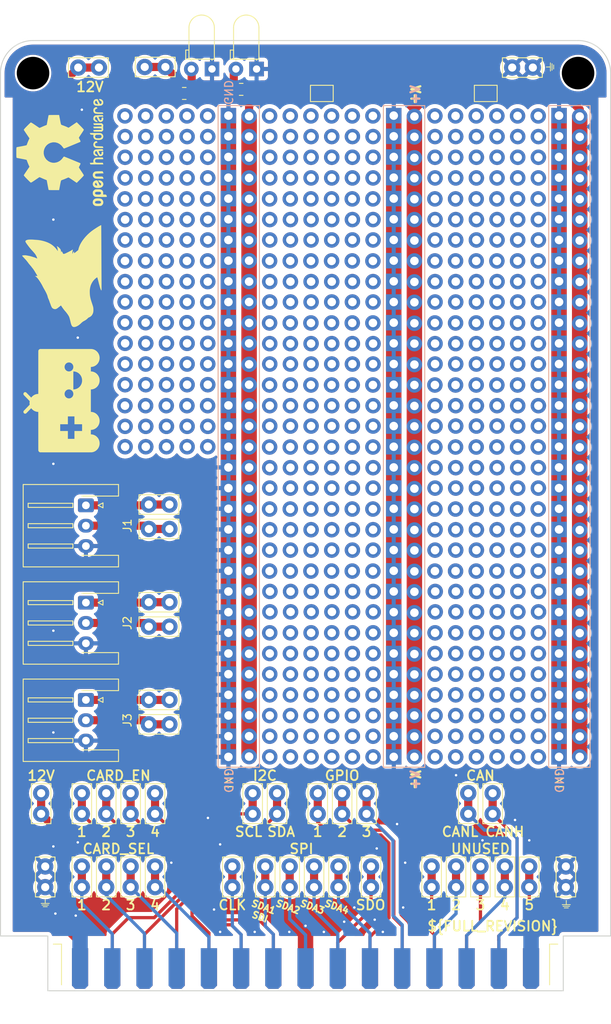
<source format=kicad_pcb>
(kicad_pcb (version 20240108) (generator "pcbnew") (generator_version "8.0")
  (layers (0 "F.Cu" signal) (31 "B.Cu" signal) (34 "B.Paste" user) (35 "F.Paste" user) (36 "B.SilkS" user "B.Silkscreen") (37 "F.SilkS" user "F.Silkscreen") (38 "B.Mask" user) (39 "F.Mask" user) (44 "Edge.Cuts" user))
  (net 0 "")
  (net 1 "+12V")
  (net 2 "GND")
  (net 3 "Net-(U2-CARD_SEL)")
  (net 4 "Net-(U2-CARD_SEL2)")
  (net 5 "Net-(U2-CARD_SEL3)")
  (net 6 "Net-(U2-CARD_SEL4)")
  (net 7 "Net-(U2-SPI_CLK)")
  (net 8 "Net-(U2-SPI_SDA2)")
  (net 9 "Net-(U2-SPI_SDA1{slash}SPI_SDI)")
  (net 10 "Net-(U2-SPI_SDA3)")
  (net 11 "Net-(U2-I2C_SCL)")
  (net 12 "Net-(U2-I2C_SDA)")
  (net 13 "Net-(U2-SPI_SDA4)")
  (net 14 "Net-(U2-SPI_SD0)")
  (net 15 "Net-(U2-CARD_EN)")
  (net 16 "Net-(U2-CARD_EN2)")
  (net 17 "Net-(U2-CARD_EN4)")
  (net 18 "Net-(U2-CARD_EN3)")
  (net 19 "Net-(U2-UNUSED2)")
  (net 20 "Net-(U2-UNUSED4)")
  (net 21 "Net-(U2-UNUSED1)")
  (net 22 "Net-(U2-UNUSED3)")
  (net 23 "Net-(U2-UNUSED5)")
  (net 24 "Net-(U2-CANL)")
  (net 25 "Net-(U2-CANH)")
  (net 26 "Net-(U2-GPIO1)")
  (net 27 "Net-(U2-GPIO3)")
  (net 28 "Net-(U2-GPIO2)")
  (net 29 "+5V")
  (net 30 "Net-(J1-Pin_1)")
  (net 31 "Net-(J1-Pin_2)")
  (net 32 "Net-(J2-Pin_1)")
  (net 33 "Net-(J2-Pin_2)")
  (net 34 "Net-(J3-Pin_2)")
  (net 35 "Net-(J3-Pin_1)")
  (net 36 "Net-(D1-A)")
  (net 37 "Net-(D2-A)")
  (net 38 "Net-(R2-Pad2)")
  (footprint "TestPoint:TestPoint_Bridge_Pitch2.54mm_Drill1.0mm" (layer "F.Cu") (at -19.27 -29)
    (property "Reference" "TP35" (hide yes))
    (property "Value" "CON31")
  )
  (footprint "TestPoint:TestPoint_Bridge_Pitch2.54mm_Drill1.0mm" (layer "F.Cu") (at -6.5 -15 90)
    (property "Reference" "TP11" (hide yes))
    (property "Value" "I2C_SCL")
  )
  (footprint "KenwoodFox:Lewis_Card_Connector" (layer "F.Cu") (at 0 0)
    (property "Reference" "U2" (hide yes))
    (property "Value" "CARD ?")
    (fp_line (start -37.5 -106) (end -37.5 0) (stroke (width 0.12)) (layer "Edge.Cuts"))
    (fp_line (start -37.5 0) (end -31.68 0) (stroke (width 0.12)) (layer "Edge.Cuts"))
    (fp_line (start -31.68 0) (end -31.68 6.73) (stroke (width 0.12)) (layer "Edge.Cuts"))
    (fp_line (start -31.68 6.73) (end 31.68 6.73) (stroke (width 0.12)) (layer "Edge.Cuts"))
    (fp_line (start 31.68 0) (end 37.5 0) (stroke (width 0.12)) (layer "Edge.Cuts"))
    (fp_line (start 31.68 6.73) (end 31.68 0) (stroke (width 0.12)) (layer "Edge.Cuts"))
    (fp_line (start 33.5 -110) (end -33.5 -110) (stroke (width 0.12)) (layer "Edge.Cuts"))
    (fp_line (start 37.5 0) (end 37.5 -106) (stroke (width 0.12)) (layer "Edge.Cuts"))
    (fp_arc (start -37.5 -106) (mid -36.328427 -108.828427) (end -33.5 -110) (stroke (width 0.12)) (layer "Edge.Cuts"))
    (fp_arc (start 33.5 -110) (mid 36.328427 -108.828427) (end 37.5 -106) (stroke (width 0.12)) (layer "Edge.Cuts"))
  )
  (footprint "TestPoint:TestPoint_Bridge_Pitch2.54mm_Drill1.0mm" (layer "F.Cu") (at 27.5 -6 90)
    (property "Reference" "TP23" (hide yes))
    (property "Value" "UNUSED5")
  )
  (footprint "TestPoint:TestPoint_Bridge_Pitch2.54mm_Drill1.0mm" (layer "F.Cu") (at -21.5 -15 90)
    (property "Reference" "TP18" (hide yes))
    (property "Value" "CARD_EN3")
  )
  (footprint "Resistor_SMD:R_0805_2012Metric" (layer "F.Cu") (at -14.9125 -103.5 180)
    (property "Reference" "R2" (hide yes))
    (property "Value" "330")
  )
  (footprint "TestPoint:TestPoint_Bridge_Pitch2.54mm_Drill1.0mm" (layer "F.Cu") (at 4.5 -15 90)
    (property "Reference" "TP30" (hide yes))
    (property "Value" "GPIO2")
  )
  (footprint "TestPoint:TestPoint_Bridge_Pitch2.54mm_Drill1.0mm" (layer "F.Cu") (at -19.27 -50)
    (property "Reference" "TP31" (hide yes))
    (property "Value" "CON12")
  )
  (footprint "TestPoint:TestPoint_Bridge_Pitch2.54mm_Drill1.0mm" (layer "F.Cu") (at 1.05 -6 90)
    (property "Reference" "TP10" (hide yes))
    (property "Value" "SPI_SDA3")
  )
  (footprint "TestPoint:TestPoint_Bridge_Pitch2.54mm_Drill1.0mm" (layer "F.Cu") (at 24.5 -6 90)
    (property "Reference" "TP20" (hide yes))
    (property "Value" "UNUSED4")
  )
  (footprint "TestPoint:TestPoint_Bridge_Pitch2.54mm_Drill1.0mm" (layer "F.Cu") (at -19.27 -53)
    (property "Reference" "TP34" (hide yes))
    (property "Value" "CON11")
  )
  (footprint "Symbol:OSHW-Logo2_14.6x12mm_SilkScreen" (layer "F.Cu") (at -30 -96.24 90)
    (property "Reference" "LOGO3" (hide yes))
    (property "Value" "OSHW-Logo2_14.6x12mm_SilkScreen" (hide yes))
  )
  (footprint "Dev_Card:ProtoBoardLayout" (layer "F.Cu") (at 12.11 -22 -90)
    (property "Reference" "U1" (hide yes))
    (property "Value" "ProtoBoard")
  )
  (footprint "TestPoint:TestPoint_Bridge_Pitch2.54mm_Drill1.0mm" (layer "F.Cu") (at 23 -15 90)
    (property "Reference" "TP25" (hide yes))
    (property "Value" "CANH")
  )
  (footprint "TestPoint:TestPoint_Bridge_Pitch2.54mm_Drill1.0mm" (layer "F.Cu") (at -27.5 -15 90)
    (property "Reference" "TP15" (hide yes))
    (property "Value" "CARD_EN")
  )
  (footprint "TestPoint:TestPoint_Bridge_Pitch2.54mm_Drill1.0mm" (layer "F.Cu") (at -17.23 -106.75 180)
    (property "Reference" "TP38" (hide yes))
    (property "Value" "CON22")
  )
  (footprint "TestPoint:TestPoint_Bridge_Pitch2.54mm_Drill1.0mm" (layer "F.Cu") (at -18.5 -6 90)
    (property "Reference" "TP6" (hide yes))
    (property "Value" "CARD_SEL4")
  )
  (footprint "Connector_JST:JST_XH_S3B-XH-A-1_1x03_P2.50mm_Horizontal" (layer "F.Cu") (at -27 -29 -90)
    (property "Reference" "J3")
    (property "Value" "CON3")
  )
  (footprint "Connector_JST:JST_XH_S3B-XH-A-1_1x03_P2.50mm_Horizontal" (layer "F.Cu") (at -27 -40.95 -90)
    (property "Reference" "J2")
    (property "Value" "CON2")
  )
  (footprint "LED_THT:LED_D3.0mm_Horizontal_O1.27mm_Z2.0mm" (layer "F.Cu") (at -11.5 -106.5 180)
    (property "Reference" "D2" (hide yes))
    (property "Value" "ACT")
  )
  (footprint "TestPoint:TestPoint_Bridge_Pitch2.54mm_Drill1.0mm" (layer "F.Cu") (at 7.5 -15 90)
    (property "Reference" "TP29" (hide yes))
    (property "Value" "GPIO3")
  )
  (footprint "TestPoint:TestPoint_Bridge_Pitch2.54mm_Drill1.0mm" (layer "F.Cu") (at -18.5 -15 90)
    (property "Reference" "TP17" (hide yes))
    (property "Value" "CARD_EN4")
  )
  (footprint "TestPoint:TestPoint_Bridge_Pitch2.54mm_Drill1.0mm" (layer "F.Cu") (at -27.94 -106.68)
    (property "Reference" "TP1" (hide yes))
    (property "Value" "12v")
  )
  (footprint "TestPoint:TestPoint_Bridge_Pitch2.54mm_Drill1.0mm" (layer "F.Cu") (at -32 -6 90)
    (property "Reference" "TP27" (hide yes))
    (property "Value" "GND")
  )
  (footprint "TestPoint:TestPoint_Bridge_Pitch2.54mm_Drill1.0mm" (layer "F.Cu") (at 21.5 -6 90)
    (property "Reference" "TP22" (hide yes))
    (property "Value" "UNUSED3")
  )
  (footprint "TestPoint:TestPoint_Bridge_Pitch2.54mm_Drill1.0mm" (layer "F.Cu") (at -19.27 -41)
    (property "Reference" "TP32" (hide yes))
    (property "Value" "CON21")
  )
  (footprint "TestPoint:TestPoint_Bridge_Pitch2.54mm_Drill1.0mm" (layer "F.Cu") (at 18.5 -6 90)
    (property "Reference" "TP19" (hide yes))
    (property "Value" "UNUSED2")
  )
  (footprint "TestPoint:TestPoint_Bridge_Pitch2.54mm_Drill1.0mm" (layer "F.Cu") (at -1.95 -6 90)
    (property "Reference" "TP8" (hide yes))
    (property "Value" "SPI_SDA2")
  )
  (footprint "KenwoodFox:ROBOTSTREAMER_LOGO" (layer "F.Cu") (at -30 -65.76 90)
    (property "Reference" "LOGO1" (hide yes))
    (property "Value" "LOGO" (hide yes))
  )
  (footprint "TestPoint:TestPoint_Bridge_Pitch2.54mm_Drill1.0mm" (layer "F.Cu") (at -3.5 -15 90)
    (property "Reference" "TP12" (hide yes))
    (property "Value" "I2C_SDA")
  )
  (footprint "TestPoint:TestPoint_Bridge_Pitch2.54mm_Drill1.0mm" (layer "F.Cu") (at 25.4 -106.68)
    (property "Reference" "TP2" (hide yes))
    (property "Value" "GND")
  )
  (footprint "TestPoint:TestPoint_Bridge_Pitch2.54mm_Drill1.0mm" (layer "F.Cu") (at -4.95 -6 90)
    (property "Reference" "TP9" (hide yes))
    (property "Value" "SPI_SDA1/SDI")
  )
  (footprint "TestPoint:TestPoint_Bridge_Pitch2.54mm_Drill1.0mm" (layer "F.Cu") (at 20 -15 90)
    (property "Reference" "TP24" (hide yes))
    (property "Value" "CANL")
  )
  (footprint "TestPoint:TestPoint_Bridge_Pitch2.54mm_Drill1.0mm" (layer "F.Cu") (at -27.5 -6 90)
    (property "Reference" "TP3" (hide yes))
    (property "Value" "CARD_SEL")
  )
  (footprint "TestPoint:TestPoint_Bridge_Pitch2.54mm_Drill1.0mm" (layer "F.Cu") (at 32 -6 90)
    (property "Reference" "TP26" (hide yes))
    (property "Value" "GND")
  )
  (footprint "TestPoint:TestPoint_Bridge_Pitch2.54mm_Drill1.0mm" (layer "F.Cu") (at -24.5 -15 90)
    (property "Reference" "TP16" (hide yes))
    (property "Value" "CARD_EN2")
  )
  (footprint "Jumper:SolderJumper-2_P1.3mm_Bridged_Pad1.0x1.5mm" (layer "F.Cu") (at 22.15 -103.5)
    (property "Reference" "JP1" (hide yes))
    (property "Value" "SolderJumper_2_Bridged")
  )
  (footprint "TestPoint:TestPoint_Bridge_Pitch2.54mm_Drill1.0mm" (layer "F.Cu") (at 1.5 -15 90)
    (property "Reference" "TP28" (hide yes))
    (property "Value" "GPIO1")
  )
  (footprint "TestPoint:TestPoint_Bridge_Pitch2.54mm_Drill1.0mm" (layer "F.Cu") (at 4.05 -6 90)
    (property "Reference" "TP13" (hide yes))
    (property "Value" "SPI_SDA4")
  )
  (footprint "TestPoint:TestPoint_Bridge_Pitch2.54mm_Drill1.0mm" (layer "F.Cu") (at -21.5 -6 90)
    (property "Reference" "TP5" (hide yes))
    (property "Value" "CARD_SEL3")
  )
  (footprint "KenwoodFox:KITSUNE_LOGO" (layer "F.Cu") (at -30 -81 90)
    (property "Reference" "LOGO2" (hide yes))
    (property "Value" "LOGO" (hide yes))
  )
  (footprint "TestPoint:TestPoint_Bridge_Pitch2.54mm_Drill1.0mm" (layer "F.Cu") (at -19.27 -38)
    (property "Reference" "TP33" (hide yes))
    (property "Value" "CON22")
  )
  (footprint "TestPoint:TestPoint_Bridge_Pitch2.54mm_Drill1.0mm" (layer "F.Cu") (at -19.27 -26)
    (property "Reference" "TP36" (hide yes))
    (property "Value" "CON32")
  )
  (footprint "TestPoint:TestPoint_Bridge_Pitch2.54mm_Drill1.0mm" (layer "F.Cu") (at -32.5 -15 90)
    (property "Reference" "TP37" (hide yes))
    (property "Value" "12v")
  )
  (footprint "TestPoint:TestPoint_Bridge_Pitch2.54mm_Drill1.0mm" (layer "F.Cu") (at -9 -6 90)
    (property "Reference" "TP7" (hide yes))
    (property "Value" "SPI_CLK")
  )
  (footprint "Connector_JST:JST_XH_S3B-XH-A-1_1x03_P2.50mm_Horizontal" (layer "F.Cu") (at -27 -52.9 -90)
    (property "Reference" "J1")
    (property "Value" "CON1")
  )
  (footprint "Resistor_SMD:R_0805_2012Metric" (layer "F.Cu") (at -7.9125 -104)
    (property "Reference" "R1" (hide yes))
    (property "Value" "330")
  )
  (footprint "Jumper:SolderJumper-2_P1.3mm_Bridged_Pad1.0x1.5mm" (layer "F.Cu") (at 2 -103.5)
    (property "Reference" "JP2" (hide yes))
    (property "Value" "SolderJumper_2_Bridged")
  )
  (footprint "LED_THT:LED_D3.0mm_Horizontal_O1.27mm_Z2.0mm" (layer "F.Cu") (at -6.02 -106.5 180)
    (property "Reference" "D1" (hide yes))
    (property "Value" "PWR")
  )
  (footprint "TestPoint:TestPoint_Bridge_Pitch2.54mm_Drill1.0mm" (layer "F.Cu") (at 8.05 -6 90)
    (property "Reference" "TP14" (hide yes))
    (property "Value" "SPI_SDO")
  )
  (footprint "TestPoint:TestPoint_Bridge_Pitch2.54mm_Drill1.0mm" (layer "F.Cu") (at -24.5 -6 90)
    (property "Reference" "TP4" (hide yes))
    (property "Value" "CARD_SEL2")
  )
  (footprint "TestPoint:TestPoint_Bridge_Pitch2.54mm_Drill1.0mm" (layer "F.Cu") (at 15.5 -6 90)
    (property "Reference" "TP21" (hide yes))
    (property "Value" "UNUSED1")
  )
  (gr_line (start 30.3 -106.35) (end 30.3 -107.15) (stroke (width 0.1)) (layer "F.SilkS"))
  (gr_line (start 30.5 -106.5) (end 30.5 -107) (stroke (width 0.1)) (layer "F.SilkS"))
  (gr_line (start -32.4 -3.8) (end -31.6 -3.8) (stroke (width 0.1)) (layer "F.SilkS"))
  (gr_line (start -32 -4) (end -32.5 -4) (stroke (width 0.1)) (layer "F.SilkS"))
  (gr_line (start -32.25 -3.6) (end -31.75 -3.6) (stroke (width 0.1)) (layer "F.SilkS"))
  (gr_line (start 32.05 -3.85) (end 32.55 -3.85) (stroke (width 0.1)) (layer "F.SilkS"))
  (gr_line (start 32.05 -4.35) (end 32.05 -3.85) (stroke (width 0.1)) (layer "F.SilkS"))
  (gr_line (start 30.1 -106.75) (end 30.1 -106.25) (stroke (width 0.1)) (layer "F.SilkS"))
  (gr_line (start -32 -4.5) (end -32 -4) (stroke (width 0.1)) (layer "F.SilkS"))
  (gr_line (start -32 -4) (end -31.5 -4) (stroke (width 0.1)) (layer "F.SilkS"))
  (gr_line (start 29.6 -106.75) (end 30.1 -106.75) (stroke (width 0.1)) (layer "F.SilkS"))
  (gr_line (start 32.05 -3.85) (end 31.55 -3.85) (stroke (width 0.1)) (layer "F.SilkS"))
  (gr_line (start 31.65 -3.65) (end 32.45 -3.65) (stroke (width 0.1)) (layer "F.SilkS"))
  (gr_line (start 30.1 -106.75) (end 30.1 -107.25) (stroke (width 0.1)) (layer "F.SilkS"))
  (gr_line (start 31.8 -3.45) (end 32.3 -3.45) (stroke (width 0.1)) (layer "F.SilkS"))
  (gr_text "V+" (at 13.5 -20.5 -270) (layer "B.SilkS") (effects (font (size 1.1 1.1) (thickness 0.275) (bold yes)) (justify left mirror)))
  (gr_text "GND" (at -9.5 -102 -90) (layer "B.SilkS") (effects (font (size 1 1)) (justify left mirror)))
  (gr_text "V+" (at 13.5 -102 -270) (layer "B.SilkS") (effects (font (size 1.1 1.1) (thickness 0.275) (bold yes)) (justify right mirror)))
  (gr_text "3" (at 7.5 -13.5 0) (layer "F.SilkS") (effects (font (size 1.2 1.2) (thickness 0.22) (bold yes)) (justify top)))
  (gr_text "3" (at -21.5 -13.5 0) (layer "F.SilkS") (effects (font (size 1.2 1.2) (thickness 0.22) (bold yes)) (justify top)))
  (gr_text "CANL" (at 19 -13.5 0) (layer "F.SilkS") (effects (font (size 1.2 1.2) (thickness 0.22) (bold yes)) (justify top)))
  (gr_text "4" (at -18.5 -13.5 0) (layer "F.SilkS") (effects (font (size 1.2 1.2) (thickness 0.22) (bold yes)) (justify top)))
  (gr_text "CARD_EN" (at -23 -19 0) (layer "F.SilkS") (effects (font (size 1.2 1.2) (thickness 0.22) (bold yes)) (justify bottom)))
  (gr_text "3" (at -21.5 -4.5 0) (layer "F.SilkS") (effects (font (size 1.2 1.2) (thickness 0.22) (bold yes)) (justify top)))
  (gr_text "SDA3\n\n" (at 1 -4 340) (layer "F.SilkS") (effects (font (size 0.8 0.8) (thickness 0.2) (bold yes)) (justify top)))
  (gr_text "12V" (at -32.5 -19 0) (layer "F.SilkS") (effects (font (size 1.2 1.2) (thickness 0.22) (bold yes)) (justify bottom)))
  (gr_text "5\n" (at 27.5 -4.5 0) (layer "F.SilkS") (effects (font (size 1.2 1.2) (thickness 0.22) (bold yes)) (justify top)))
  (gr_text "1\n" (at 15.5 -4.5 0) (layer "F.SilkS") (effects (font (size 1.2 1.2) (thickness 0.22) (bold yes)) (justify top)))
  (gr_text "1\n" (at -27.5 -13.5 0) (layer "F.SilkS") (effects (font (size 1.2 1.2) (thickness 0.22) (bold yes)) (justify top)))
  (gr_text "2" (at 4.5 -13.5 0) (layer "F.SilkS") (effects (font (size 1.2 1.2) (thickness 0.22) (bold yes)) (justify top)))
  (gr_text "SPI" (at -0.5 -10 0) (layer "F.SilkS") (effects (font (size 1.2 1.2) (thickness 0.22) (bold yes)) (justify bottom)))
  (gr_text "4" (at 24.5 -4.5 0) (layer "F.SilkS") (effects (font (size 1.2 1.2) (thickness 0.22) (bold yes)) (justify top)))
  (gr_text "SDA2\n" (at -2 -4 340) (layer "F.SilkS") (effects (font (size 0.8 0.8) (thickness 0.2) (bold yes)) (justify top)))
  (gr_text "CANH" (at 24.5 -13.5 0) (layer "F.SilkS") (effects (font (size 1.2 1.2) (thickness 0.22) (bold yes)) (justify top)))
  (gr_text "CLK" (at -9 -4.5 0) (layer "F.SilkS") (effects (font (size 1.2 1.2) (thickness 0.22) (bold yes)) (justify top)))
  (gr_text "SDA4" (at 4 -4 340) (layer "F.SilkS") (effects (font (size 0.8 0.8) (thickness 0.2) (bold yes)) (justify top)))
  (gr_text "SDA1\nSDI" (at -5 -4 340) (layer "F.SilkS") (effects (font (size 0.8 0.8) (thickness 0.2) (bold yes)) (justify top)))
  (gr_text "${FULL_REVISION}" (at 23 -0.5 0) (layer "F.SilkS") (effects (font (size 1.2 1.2) (thickness 0.22) (bold yes)) (justify bottom)))
  (gr_text "CARD_SEL" (at -23 -10 0) (layer "F.SilkS") (effects (font (size 1.2 1.2) (thickness 0.22) (bold yes)) (justify bottom)))
  (gr_text "SDO" (at 8 -4.5 0) (layer "F.SilkS") (effects (font (size 1.2 1.2) (thickness 0.22) (bold yes)) (justify top)))
  (gr_text "SDA" (at -3 -13.5 0) (layer "F.SilkS") (effects (font (size 1.2 1.2) (thickness 0.22) (bold yes)) (justify top)))
  (gr_text "I2C" (at -5 -19 0) (layer "F.SilkS") (effects (font (size 1.2 1.2) (thickness 0.22) (bold yes)) (justify bottom)))
  (gr_text "V+" (at 13.5 -102 270) (layer "F.SilkS") (effects (font (size 1.1 1.1) (thickness 0.275) (bold yes)) (justify right)))
  (gr_text "12V" (at -26.5 -105 0) (layer "F.SilkS") (effects (font (size 1.2 1.2) (thickness 0.22) (bold yes)) (justify top)))
  (gr_text "GPIO\n" (at 4.5 -19 0) (layer "F.SilkS") (effects (font (size 1.2 1.2) (thickness 0.22) (bold yes)) (justify bottom)))
  (gr_text "1\n" (at 1.5 -13.5 0) (layer "F.SilkS") (effects (font (size 1.2 1.2) (thickness 0.22) (bold yes)) (justify top)))
  (gr_text "2" (at 18.5 -4.5 0) (layer "F.SilkS") (effects (font (size 1.2 1.2) (thickness 0.22) (bold yes)) (justify top)))
  (gr_text "SCL" (at -7 -13.5 0) (layer "F.SilkS") (effects (font (size 1.2 1.2) (thickness 0.22) (bold yes)) (justify top)))
  (gr_text "UNUSED" (at 21.5 -10 0) (layer "F.SilkS") (effects (font (size 1.2 1.2) (thickness 0.22) (bold yes)) (justify bottom)))
  (gr_text "3" (at 21.5 -4.5 0) (layer "F.SilkS") (effects (font (size 1.2 1.2) (thickness 0.22) (bold yes)) (justify top)))
  (gr_text "CAN" (at 21.5 -19 0) (layer "F.SilkS") (effects (font (size 1.2 1.2) (thickness 0.22) (bold yes)) (justify bottom)))
  (gr_text "4" (at -18.5 -4.5 0) (layer "F.SilkS") (effects (font (size 1.2 1.2) (thickness 0.22) (bold yes)) (justify top)))
  (gr_text "2" (at -24.5 -4.5 0) (layer "F.SilkS") (effects (font (size 1.2 1.2) (thickness 0.22) (bold yes)) (justify top)))
  (gr_text "2" (at -24.5 -13.5 0) (layer "F.SilkS") (effects (font (size 1.2 1.2) (thickness 0.22) (bold yes)) (justify top)))
  (gr_text "1\n" (at -27.5 -4.5 0) (layer "F.SilkS") (effects (font (size 1.2 1.2) (thickness 0.22) (bold yes)) (justify top)))
  (gr_text "V+" (at 13.5 -20.5 270) (layer "F.SilkS") (effects (font (size 1.1 1.1) (thickness 0.275) (bold yes)) (justify left)))
  (segment (start -27.72 4) (end -27.72 0.78) (width 1) (layer "F.Cu") (net 1))
  (segment (start -27.94 -106.68) (end -25.4 -106.68) (width 1) (layer "F.Cu") (net 1))
  (segment (start -29.5 -105.12) (end -27.94 -106.68) (width 1) (layer "F.Cu") (net 1))
  (segment (start -29.5 -11.5) (end -29.5 -105.12) (width 1) (layer "F.Cu") (net 1))
  (segment (start -32.5 -15) (end -29.5 -12) (width 1) (layer "F.Cu") (net 1))
  (segment (start -32.5 -17.54) (end -32.5 -15) (width 1) (layer "F.Cu") (net 1))
  (segment (start -29.5 -1) (end -29.5 -11.5) (width 1) (layer "F.Cu") (net 1))
  (segment (start -29.5 -12) (end -29.5 -11.5) (width 1) (layer "F.Cu") (net 1))
  (segment (start -27.72 0.78) (end -29.5 -1) (width 1) (layer "F.Cu") (net 1))
  (segment (start 10.84 -22) (end 10.84 -100.775373) (width 1.9) (layer "F.Cu") (net 2))
  (segment (start 0 -1.25) (end 0 -1) (width 1.9) (layer "F.Cu") (net 2))
  (segment (start 0 4) (end 0 -1.25) (width 1.9) (layer "F.Cu") (net 2))
  (segment (start -9.48 -22) (end -9.48 -100.775373) (width 1.9) (layer "F.Cu") (net 2))
  (segment (start 31.16 -22) (end 31.16 -100.775373) (width 1.9) (layer "F.Cu") (net 2))
  (via (at -12 -14.5) (size 0.6) (drill 0.3) (layers "F.Cu" "B.Cu") (net 2))
  (via (at -31 -25) (size 0.6) (drill 0.3) (layers "F.Cu" "B.Cu") (net 2))
  (via (at -31 -88) (size 0.6) (drill 0.3) (layers "F.Cu" "B.Cu") (net 2))
  (via (at -11.25 -3.25) (size 0.6) (drill 0.3) (layers "F.Cu" "B.Cu") (net 2))
  (via (at 4.75 -1.75) (size 0.6) (drill 0.3) (layers "F.Cu" "B.Cu") (net 2))
  (via (at 8.5 -2) (size 0.6) (drill 0.3) (layers "F.Cu" "B.Cu") (net 2))
  (via (at -2 -0.5) (size 0.6) (drill 0.3) (layers "F.Cu" "B.Cu") (net 2))
  (via (at -10.5 -0.5) (size 0.6) (drill 0.3) (layers "F.Cu" "B.Cu") (net 2))
  (via (at -16.5 -9) (size 0.6) (drill 0.3) (layers "F.Cu" "B.Cu") (net 2))
  (via (at 12 -3.5) (size 0.6) (drill 0.3) (layers "F.Cu" "B.Cu") (net 2))
  (via (at 8.75 -10.75) (size 0.6) (drill 0.3) (layers "F.Cu" "B.Cu") (net 2))
  (via (at 11.25 -13.75) (size 0.6) (drill 0.3) (layers "F.Cu" "B.Cu") (net 2))
  (via (at -28 -73.5) (size 0.6) (drill 0.3) (layers "F.Cu" "B.Cu") (net 2))
  (via (at -31 -37.5) (size 0.6) (drill 0.3) (layers "F.Cu" "B.Cu") (net 2))
  (via (at -28 -11.5) (size 0.6) (drill 0.3) (layers "F.Cu" "B.Cu") (net 2))
  (via (at -31 -11) (size 0.6) (drill 0.3) (layers "F.Cu" "B.Cu") (net 2))
  (via (at 12.25 -9) (size 0.6) (drill 0.3) (layers "F.Cu" "B.Cu") (net 2))
  (via (at -31 -58) (size 0.6) (drill 0.3) (layers "F.Cu" "B.Cu") (net 2))
  (via (at 2.25 -0.5) (size 0.6) (drill 0.3) (layers "F.Cu" "B.Cu") (net 2))
  (via (at 25.75 -14.25) (size 0.6) (drill 0.3) (layers "F.Cu" "B.Cu") (net 2))
  (via (at 27.5 -11.75) (size 0.6) (drill 0.3) (layers "F.Cu" "B.Cu") (net 2))
  (via (at -10.5 -11.25) (size 0.6) (drill 0.3) (layers "F.Cu" "B.Cu") (net 2))
  (via (at -30.75 -2.75) (size 0.6) (drill 0.3) (layers "F.Cu" "B.Cu") (net 2))
  (via (at 21.75 -11.75) (size 0.6) (drill 0.3) (layers "F.Cu" "B.Cu") (net 2))
  (via (at -27.5 -101.5) (size 0.6) (drill 0.3) (layers "F.Cu" "B.Cu") (net 2))
  (via (at 0 -1.25) (size 0.6) (drill 0.3) (layers "F.Cu" "B.Cu") (net 2))
  (via (at 9.5 -0.5) (size 0.6) (drill 0.3) (layers "F.Cu" "B.Cu") (net 2))
  (via (at -6.25 -0.5) (size 0.6) (drill 0.3) (layers "F.Cu" "B.Cu") (net 2))
  (via (at -28.25 -2.5) (size 0.6) (drill 0.3) (layers "F.Cu" "B.Cu") (net 2))
  (via (at 6 -3.5) (size 0.6) (drill 0.3) (layers "F.Cu" "B.Cu") (net 2))
  (via (at 18.5 -19.75) (size 0.6) (drill 0.3) (layers "F.Cu" "B.Cu") (net 2))
  (segment (start 27.72 -0.22) (end 28.5 -1) (width 1.9) (layer "B.Cu") (net 2))
  (segment (start -27.72 -0.72) (end -28 -1) (width 1.9) (layer "B.Cu") (net 2))
  (segment (start -27.72 4) (end -27.72 -0.72) (width 1.9) (layer "B.Cu") (net 2))
  (segment (start 27.72 4) (end 27.72 -0.22) (width 1.9) (layer "B.Cu") (net 2))
  (segment (start -27.5 -6) (end -27.5 -8.54) (width 1) (layer "F.Cu") (net 3))
  (segment (start -23.76 4) (end -23.76 -0.26) (width 0.4) (layer "B.Cu") (net 3))
  (segment (start -27.5 -4) (end -27.5 -6) (width 0.4) (layer "B.Cu") (net 3))
  (segment (start -23.76 -0.26) (end -27.5 -4) (width 0.4) (layer "B.Cu") (net 3))
  (segment (start -24.5 -8.54) (end -24.5 -6) (width 1) (layer "F.Cu") (net 4))
  (segment (start -19.8 -0.3) (end -24.5 -5) (width 0.4) (layer "B.Cu") (net 4))
  (segment (start -24.5 -5) (end -24.5 -6) (width 0.4) (layer "B.Cu") (net 4))
  (segment (start -19.8 4) (end -19.8 -0.3) (width 0.4) (layer "B.Cu") (net 4))
  (segment (start -21.5 -8.54) (end -21.5 -6) (width 1) (layer "F.Cu") (net 5))
  (segment (start -15.84 4) (end -15.84 -0.34) (width 0.4) (layer "B.Cu") (net 5))
  (segment (start -15.84 -0.34) (end -21.5 -6) (width 0.4) (layer "B.Cu") (net 5))
  (segment (start -18.5 -8.54) (end -18.5 -6) (width 1) (layer "F.Cu") (net 6))
  (segment (start -11.88 0.12) (end -18 -6) (width 0.4) (layer "B.Cu") (net 6))
  (segment (start -18 -6) (end -18.5 -6) (width 0.4) (layer "B.Cu") (net 6))
  (segment (start -11.88 4) (end -11.88 0.12) (width 0.4) (layer "B.Cu") (net 6))
  (segment (start -9 -8.54) (end -9 -6) (width 1) (layer "F.Cu") (net 7))
  (segment (start -7.92 4) (end -7.92 -0.17) (width 0.4) (layer "B.Cu") (net 7))
  (segment (start -7.92 -0.17) (end -9 -1.25) (width 0.4) (layer "B.Cu") (net 7))
  (segment (start -9 -1.25) (end -9 -6) (width 0.4) (layer "B.Cu") (net 7))
  (segment (start -1.95 -8.54) (end -1.95 -6) (width 1) (layer "F.Cu") (net 8))
  (segment (start 0 4) (end 0 -0.125) (width 0.4) (layer "B.Cu") (net 8))
  (segment (start 0 -0.125) (end -1.95 -2.075) (width 0.4) (layer "B.Cu") (net 8))
  (segment (start -1.95 -2.075) (end -1.95 -6) (width 0.4) (layer "B.Cu") (net 8))
  (segment (start -4.95 -8.54) (end -4.95 -6) (width 1) (layer "F.Cu") (net 9))
  (segment (start -3.96 -0.21) (end -4.95 -1.2) (width 0.4) (layer "B.Cu") (net 9))
  (segment (start -4.95 -1.2) (end -4.95 -6) (width 0.4) (layer "B.Cu") (net 9))
  (segment (start -3.96 4) (end -3.96 -0.21) (width 0.4) (layer "B.Cu") (net 9))
  (segment (start 1.05 -8.54) (end 1.05 -6) (width 1) (layer "F.Cu") (net 10))
  (segment (start 1.05 -3.2) (end 1.05 -6) (width 0.4) (layer "B.Cu") (net 10))
  (segment (start 3.96 4) (end 3.96 -0.29) (width 0.4) (layer "B.Cu") (net 10))
  (segment (start 3.96 -0.29) (end 1.05 -3.2) (width 0.4) (layer "B.Cu") (net 10))
  (segment (start -13.35 -2.698528) (end -13.35 -11.15) (width 0.4) (layer "F.Cu") (net 11))
  (segment (start -7.92 -0.17) (end -9.123528 -1.373528) (width 0.4) (layer "F.Cu") (net 11))
  (segment (start -13.35 -11.15) (end -9.5 -15) (width 0.4) (layer "F.Cu") (net 11))
  (segment (start -7.92 4) (end -7.92 -0.17) (width 0.4) (layer "F.Cu") (net 11))
  (segment (start -9.123528 -1.373528) (end -12.025 -1.373528) (width 0.4) (layer "F.Cu") (net 11))
  (segment (start -6.5 -17.54) (end -6.5 -15) (width 1) (layer "F.Cu") (net 11))
  (segment (start -12.025 -1.373528) (end -13.35 -2.698528) (width 0.4) (layer "F.Cu") (net 11))
  (segment (start -9.5 -15) (end -6.5 -15) (width 0.4) (layer "F.Cu") (net 11))
  (segment (start -12.75 -2.947056) (end -12.75 -10.901472) (width 0.4) (layer "F.Cu") (net 12))
  (segment (start -5.25 -13.25) (end -3.5 -15) (width 0.4) (layer "F.Cu") (net 12))
  (segment (start -10.401472 -13.25) (end -5.25 -13.25) (width 0.4) (layer "F.Cu") (net 12))
  (segment (start -5.723528 -1.973528) (end -11.776472 -1.973528) (width 0.4) (layer "F.Cu") (net 12))
  (segment (start -11.776472 -1.973528) (end -12.75 -2.947056) (width 0.4) (layer "F.Cu") (net 12))
  (segment (start -3.5 -17.54) (end -3.5 -15) (width 1) (layer "F.Cu") (net 12))
  (segment (start -3.96 4) (end -3.96 -0.21) (width 0.4) (layer "F.Cu") (net 12))
  (segment (start -3.96 -0.21) (end -5.723528 -1.973528) (width 0.4) (layer "F.Cu") (net 12))
  (segment (start -12.75 -10.901472) (end -10.401472 -13.25) (width 0.4) (layer "F.Cu") (net 12))
  (segment (start 4.05 -8.54) (end 4.05 -6) (width 1) (layer "F.Cu") (net 13))
  (segment (start 4.05 -4.2) (end 4.05 -6) (width 0.4) (layer "B.Cu") (net 13))
  (segment (start 7.92 -0.33) (end 4.05 -4.2) (width 0.4) (layer "B.Cu") (net 13))
  (segment (start 7.92 4) (end 7.92 -0.33) (width 0.4) (layer "B.Cu") (net 13))
  (segment (start 8.05 -8.54) (end 8.05 -6) (width 1) (layer "F.Cu") (net 14))
  (segment (start 8.05 -3.3) (end 8.05 -6) (width 0.4) (layer "F.Cu") (net 14))
  (segment (start 3.96 4) (end 3.96 0.79) (width 0.4) (layer "F.Cu") (net 14))
  (segment (start 3.96 0.79) (end 8.05 -3.3) (width 0.4) (layer "F.Cu") (net 14))
  (segment (start -23.5 -11) (end -27.5 -15) (width 0.4) (layer "F.Cu") (net 15))
  (segment (start -23.76 -0.24) (end -21.75 -2.25) (width 0.4) (layer "F.Cu") (net 15))
  (segment (start -15.75 -5.098528) (end -15.75 -9.75) (width 0.4) (layer "F.Cu") (net 15))
  (segment (start -23.76 4) (end -23.76 -0.24) (width 0.4) (layer "F.Cu") (net 15))
  (segment (start -27.5 -15) (end -27.5 -17.54) (width 1) (layer "F.Cu") (net 15))
  (segment (start -17 -11) (end -23.5 -11) (width 0.4) (layer "F.Cu") (net 15))
  (segment (start -18.598528 -2.25) (end -15.75 -5.098528) (width 0.4) (layer "F.Cu") (net 15))
  (segment (start -21.75 -2.25) (end -18.598528 -2.25) (width 0.4) (layer "F.Cu") (net 15))
  (segment (start -15.75 -9.75) (end -17 -11) (width 0.4) (layer "F.Cu") (net 15))
  (segment (start -19.8 -0.2) (end -15.15 -4.85) (width 0.4) (layer "F.Cu") (net 16))
  (segment (start -21.1 -11.6) (end -24.5 -15) (width 0.4) (layer "F.Cu") (net 16))
  (segment (start -24.5 -17.54) (end -24.5 -15) (width 1) (layer "F.Cu") (net 16))
  (segment (start -15.15 -4.85) (end -15.15 -9.998528) (width 0.4) (layer "F.Cu") (net 16))
  (segment (start -15.15 -9.998528) (end -16.751472 -11.6) (width 0.4) (layer "F.Cu") (net 16))
  (segment (start -19.8 4) (end -19.8 -0.2) (width 0.4) (layer "F.Cu") (net 16))
  (segment (start -16.751472 -11.6) (end -21.1 -11.6) (width 0.4) (layer "F.Cu") (net 16))
  (segment (start -13.95 -2.45) (end -13.95 -10.495584) (width 0.4) (layer "F.Cu") (net 17))
  (segment (start -11.88 4) (end -11.88 -0.38) (width 0.4) (layer "F.Cu") (net 17))
  (segment (start -18.454416 -15) (end -18.5 -15) (width 0.4) (layer "F.Cu") (net 17))
  (segment (start -13.95 -10.495584) (end -18.454416 -15) (width 0.4) (layer "F.Cu") (net 17))
  (segment (start -18.5 -17.54) (end -18.5 -15) (width 1) (layer "F.Cu") (net 17))
  (segment (start -11.88 -0.38) (end -13.95 -2.45) (width 0.4) (layer "F.Cu") (net 17))
  (segment (start -14.55 -4.601472) (end -14.55 -10.247056) (width 0.4) (layer "F.Cu") (net 18))
  (segment (start -14.55 -10.247056) (end -16.502944 -12.2) (width 0.4) (layer "F.Cu") (net 18))
  (segment (start -15.84 -3.311472) (end -14.55 -4.601472) (width 0.4) (layer "F.Cu") (net 18))
  (segment (start -15.84 4) (end -15.84 -3.311472) (width 0.4) (layer "F.Cu") (net 18))
  (segment (start -18.7 -12.2) (end -21.5 -15) (width 0.4) (layer "F.Cu") (net 18))
  (segment (start -21.5 -15) (end -21.5 -17.54) (width 1) (layer "F.Cu") (net 18))
  (segment (start -16.502944 -12.2) (end -18.7 -12.2) (width 0.4) (layer "F.Cu") (net 18))
  (segment (start 18.5 -8.54) (end 18.5 -6) (width 1) (layer "F.Cu") (net 19))
  (segment (start 15.84 4) (end 15.84 -0.09) (width 0.4) (layer "B.Cu") (net 19))
  (segment (start 15.84 -0.09) (end 18.5 -2.75) (width 0.4) (layer "B.Cu") (net 19))
  (segment (start 18.5 -2.75) (end 18.5 -6) (width 0.4) (layer "B.Cu") (net 19))
  (segment (start 24.5 -8.54) (end 24.5 -6) (width 1) (layer "F.Cu") (net 20))
  (segment (start 24.5 -4.75) (end 24.5 -6) (width 0.4) (layer "B.Cu") (net 20))
  (segment (start 19.8 4) (end 19.8 -0.05) (width 0.4) (layer "B.Cu") (net 20))
  (segment (start 19.8 -0.05) (end 24.5 -4.75) (width 0.4) (layer "B.Cu") (net 20))
  (segment (start 15.84 -0.16) (end 15.5 -0.5) (width 0.4) (layer "F.Cu") (net 21))
  (segment (start 15.5 -0.5) (end 15.5 -6) (width 0.4) (layer "F.Cu") (net 21))
  (segment (start 15.84 4) (end 15.84 -0.16) (width 0.4) (layer "F.Cu") (net 21))
  (segment (start 15.5 -8.54) (end 15.5 -6) (width 1) (layer "F.Cu") (net 21))
  (segment (start 19.8 -0.05) (end 21.5 -1.75) (width 0.4) (layer "F.Cu") (net 22))
  (segment (start 21.5 -1.75) (end 21.5 -6) (width 0.4) (layer "F.Cu") (net 22))
  (segment (start 19.8 4) (end 19.8 -0.05) (width 0.4) (layer "F.Cu") (net 22))
  (segment (start 21.5 -8.54) (end 21.5 -6) (width 1) (layer "F.Cu") (net 22))
  (segment (start 27.72 -0.03) (end 27.5 -0.25) (width 0.4) (layer "F.Cu") (net 23))
  (segment (start 27.72 4) (end 27.72 -0.03) (width 0.4) (layer "F.Cu") (net 23))
  (segment (start 27.5 -0.25) (end 27.5 -6) (width 0.4) (layer "F.Cu") (net 23))
  (segment (start 27.5 -8.54) (end 27.5 -6) (width 1) (layer "F.Cu") (net 23))
  (segment (start 20 -17.54) (end 20 -15) (width 1) (layer "F.Cu") (net 24))
  (segment (start 20 -15) (end 22 -13) (width 0.4) (layer "B.Cu") (net 24))
  (segment (start 22 -13) (end 25 -13) (width 0.4) (layer "B.Cu") (net 24))
  (segment (start 26 -12) (end 26 -2.25) (width 0.4) (layer "B.Cu") (net 24))
  (segment (start 26 -2.25) (end 23.76 -0.01) (width 0.4) (layer "B.Cu") (net 24))
  (segment (start 25 -13) (end 26 -12) (width 0.4) (layer "B.Cu") (net 24))
  (segment (start 23.76 -0.01) (end 23.76 4) (width 0.4) (layer "B.Cu") (net 24))
  (segment (start 23.75 0.5) (end 23.76 0.51) (width 0.4) (layer "F.Cu") (net 25))
  (segment (start 23.75 0) (end 23.75 0.5) (width 0.4) (layer "F.Cu") (net 25))
  (segment (start 23 -17.54) (end 23 -15) (width 1) (layer "F.Cu") (net 25))
  (segment (start 23 -15) (end 26 -12) (width 0.4) (layer "F.Cu") (net 25))
  (segment (start 26 -12) (end 26 -2.25) (width 0.4) (layer "F.Cu") (net 25))
  (segment (start 26 -2.25) (end 23.75 0) (width 0.4) (layer "F.Cu") (net 25))
  (segment (start 23.76 0.51) (end 23.76 4) (width 0.4) (layer "F.Cu") (net 25))
  (segment (start 9.251472 -12.4) (end 3.1 -12.4) (width 0.4) (layer "F.Cu") (net 26))
  (segment (start 10.25 -2.23995) (end 10.25 -11.401472) (width 0.4) (layer "F.Cu") (net 26))
  (segment (start 3.1 -12.4) (end 1.5 -14) (width 0.4) (layer "F.Cu") (net 26))
  (segment (start 1.5 -14) (end 1.5 -15) (width 0.4) (layer "F.Cu") (net 26))
  (segment (start 1.5 -17.54) (end 1.5 -15) (width 1) (layer "F.Cu") (net 26))
  (segment (start 7.92 4) (end 7.92 0.09005) (width 0.4) (layer "F.Cu") (net 26))
  (segment (start 10.25 -11.401472) (end 9.251472 -12.4) (width 0.4) (layer "F.Cu") (net 26))
  (segment (start 7.92 0.09005) (end 10.25 -2.23995) (width 0.4) (layer "F.Cu") (net 26))
  (segment (start 7.5 -17.54) (end 7.5 -15) (width 1) (layer "F.Cu") (net 27))
  (segment (start 11.88 -1.37) (end 10.75 -2.5) (width 0.4) (layer "B.Cu") (net 27))
  (segment (start 10.75 -11.75) (end 7.5 -15) (width 0.4) (layer "B.Cu") (net 27))
  (segment (start 11.88 4) (end 11.88 -1.37) (width 0.4) (layer "B.Cu") (net 27))
  (segment (start 10.75 -2.5) (end 10.75 -11.75) (width 0.4) (layer "B.Cu") (net 27))
  (segment (start 10.85 -11.65) (end 9.5 -13) (width 0.4) (layer "F.Cu") (net 28))
  (segment (start 9.5 -13) (end 6.5 -13) (width 0.4) (layer "F.Cu") (net 28))
  (segment (start 11.88 4) (end 11.88 -1.22) (width 0.4) (layer "F.Cu") (net 28))
  (segment (start 6.5 -13) (end 4.5 -15) (width 0.4) (layer "F.Cu") (net 28))
  (segment (start 10.85 -2.25) (end 10.85 -11.65) (width 0.4) (layer "F.Cu") (net 28))
  (segment (start 4.5 -17.54) (end 4.5 -15) (width 1) (layer "F.Cu") (net 28))
  (segment (start 11.88 -1.22) (end 10.85 -2.25) (width 0.4) (layer "F.Cu") (net 28))
  (segment (start 13.38 -101.535373) (end 13.38 -100.669254) (width 1) (layer "F.Cu") (net 29))
  (segment (start -5.5 -103.5) (end -6.94 -102.06) (width 1) (layer "F.Cu") (net 29))
  (segment (start -7 -104) (end -6 -104) (width 1) (layer "F.Cu") (net 29))
  (segment (start 33.7 -100.669254) (end 33.7 -22) (width 1.9) (layer "F.Cu") (net 29))
  (segment (start 22.8 -103.5) (end 31.735373 -103.5) (width 1) (layer "F.Cu") (net 29))
  (segment (start 2.65 -103.5) (end 11.415373 -103.5) (width 1) (layer "F.Cu") (net 29))
  (segment (start 15.344627 -103.5) (end 13.38 -101.535373) (width 1) (layer "F.Cu") (net 29))
  (segment (start 11.415373 -103.5) (end 13.38 -101.535373) (width 1) (layer "F.Cu") (net 29))
  (segment (start 22.8 -103.5) (end 21.5 -103.5) (width 0.3) (layer "F.Cu") (net 29))
  (segment (start -6 -104) (end -5.5 -103.5) (width 1) (layer "F.Cu") (net 29))
  (segment (start 2.75 -103.5) (end 1.45 -103.5) (width 0.3) (layer "F.Cu") (net 29))
  (segment (start 33.7 -101.535373) (end 33.7 -100.669254) (width 1) (layer "F.Cu") (net 29))
  (segment (start 13.38 -100.669254) (end 13.38 -22) (width 1.9) (layer "F.Cu") (net 29))
  (segment (start -6.94 -102.06) (end -6.94 -100.704627) (width 1) (layer "F.Cu") (net 29))
  (segment (start -6.94 -100.704627) (end -6.94 -22.035373) (width 1.9) (layer "F.Cu") (net 29))
  (segment (start 1.35 -103.5) (end -5.5 -103.5) (width 1) (layer "F.Cu") (net 29))
  (segment (start 21.5 -103.5) (end 15.344627 -103.5) (width 1) (layer "F.Cu") (net 29))
  (segment (start 31.735373 -103.5) (end 33.7 -101.535373) (width 1) (layer "F.Cu") (net 29))
  (segment (start -19.37 -52.9) (end -19.27 -53) (width 1) (layer "F.Cu") (net 30))
  (segment (start -16.73 -53) (end -19.27 -53) (width 1) (layer "F.Cu") (net 30))
  (segment (start -27 -52.9) (end -19.37 -52.9) (width 1) (layer "F.Cu") (net 30))
  (segment (start -19.27 -50) (end -16.73 -50) (width 1) (layer "F.Cu") (net 31))
  (segment (start -27 -50.4) (end -19.67 -50.4) (width 1) (layer "F.Cu") (net 31))
  (segment (start -19.67 -50.4) (end -19.27 -50) (width 1) (layer "F.Cu") (net 31))
  (segment (start -16.73 -41) (end -19.27 -41) (width 1) (layer "F.Cu") (net 32))
  (segment (start -19.32 -40.95) (end -19.27 -41) (width 1) (layer "F.Cu") (net 32))
  (segment (start -27 -40.95) (end -19.32 -40.95) (width 1) (layer "F.Cu") (net 32))
  (segment (start -16.73 -38) (end -19.27 -38) (width 1) (layer "F.Cu") (net 33))
  (segment (start -27 -38.45) (end -19.72 -38.45) (width 1) (layer "F.Cu") (net 33))
  (segment (start -19.72 -38.45) (end -19.27 -38) (width 1) (layer "F.Cu") (net 33))
  (segment (start -27 -26.5) (end -19.77 -26.5) (width 1) (layer "F.Cu") (net 34))
  (segment (start -16.73 -26) (end -19.27 -26) (width 1) (layer "F.Cu") (net 34))
  (segment (start -19.77 -26.5) (end -19.27 -26) (width 1) (layer "F.Cu") (net 34))
  (segment (start -27 -29) (end -16.73 -29) (width 1) (layer "F.Cu") (net 35))
  (segment (start -8.825 -104) (end -8.825 -106.235) (width 1) (layer "F.Cu") (net 36))
  (segment (start -8.825 -106.235) (end -8.56 -106.5) (width 1) (layer "F.Cu") (net 36))
  (segment (start -14 -103.5) (end -14 -106.46) (width 1) (layer "F.Cu") (net 37))
  (segment (start -14 -106.46) (end -14.04 -106.5) (width 1) (layer "F.Cu") (net 37))
  (segment (start -15.825 -105.345) (end -17.23 -106.75) (width 1) (layer "F.Cu") (net 38))
  (segment (start -17.23 -106.75) (end -19.77 -106.75) (width 1) (layer "F.Cu") (net 38))
  (segment (start -15.825 -103.5) (end -15.825 -105.345) (width 1) (layer "F.Cu") (net 38))
  (zone (net 2) (net_name "GND") (layers "F&B.Cu") (connect_pads (clearance 0.5)) (min_thickness 0.25) (fill yes (thermal_gap 0.5) (thermal_bridge_width 0.5))
    (polygon (pts (xy 37.5 -110) (xy -37.5 -110) (xy -37.5 0) (xy 37.5 0)))
  )
)
</source>
